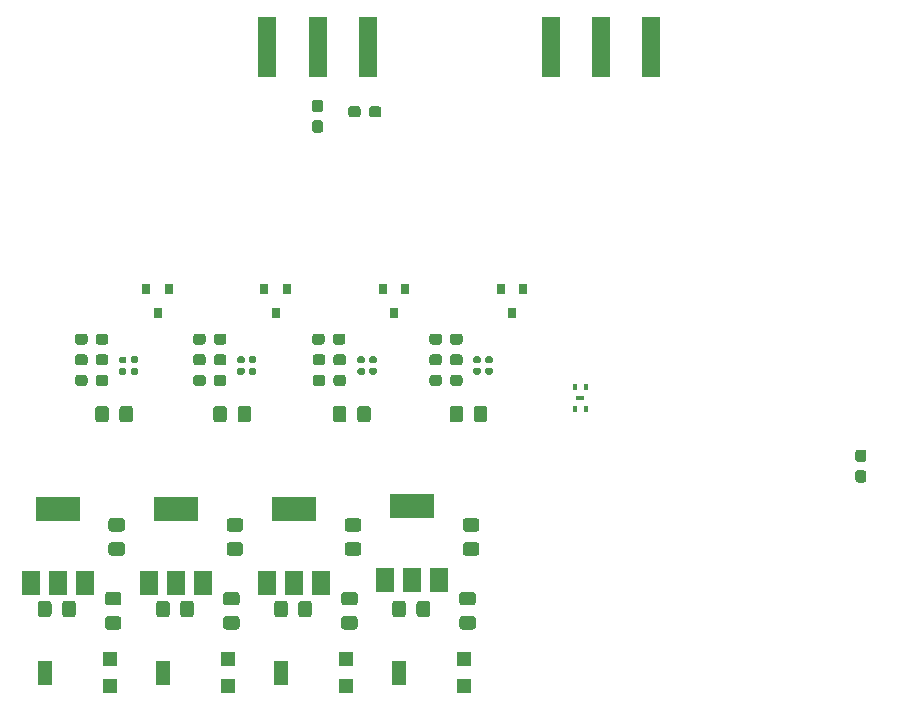
<source format=gbr>
G04 #@! TF.GenerationSoftware,KiCad,Pcbnew,5.1.6-c6e7f7d~87~ubuntu18.04.1*
G04 #@! TF.CreationDate,2021-01-06T16:55:31+00:00*
G04 #@! TF.ProjectId,multi-smtpa_linear,6d756c74-692d-4736-9d74-70615f6c696e,rev?*
G04 #@! TF.SameCoordinates,Original*
G04 #@! TF.FileFunction,Paste,Top*
G04 #@! TF.FilePolarity,Positive*
%FSLAX46Y46*%
G04 Gerber Fmt 4.6, Leading zero omitted, Abs format (unit mm)*
G04 Created by KiCad (PCBNEW 5.1.6-c6e7f7d~87~ubuntu18.04.1) date 2021-01-06 16:55:31*
%MOMM*%
%LPD*%
G01*
G04 APERTURE LIST*
%ADD10R,1.500000X2.000000*%
%ADD11R,3.800000X2.000000*%
%ADD12R,0.300000X0.500000*%
%ADD13R,0.800000X0.350000*%
%ADD14R,1.300000X1.300000*%
%ADD15R,1.300000X2.000000*%
%ADD16R,1.500000X5.080000*%
%ADD17R,0.800000X0.900000*%
G04 APERTURE END LIST*
D10*
X145200000Y-87650000D03*
X149800000Y-87650000D03*
X147500000Y-87650000D03*
D11*
X147500000Y-81350000D03*
D10*
X135200000Y-87900000D03*
X139800000Y-87900000D03*
X137500000Y-87900000D03*
D11*
X137500000Y-81600000D03*
D10*
X125200000Y-87900000D03*
X129800000Y-87900000D03*
X127500000Y-87900000D03*
D11*
X127500000Y-81600000D03*
D10*
X115200000Y-87900000D03*
X119800000Y-87900000D03*
X117500000Y-87900000D03*
D11*
X117500000Y-81600000D03*
G36*
G01*
X185262500Y-78350000D02*
X185737500Y-78350000D01*
G75*
G02*
X185975000Y-78587500I0J-237500D01*
G01*
X185975000Y-79162500D01*
G75*
G02*
X185737500Y-79400000I-237500J0D01*
G01*
X185262500Y-79400000D01*
G75*
G02*
X185025000Y-79162500I0J237500D01*
G01*
X185025000Y-78587500D01*
G75*
G02*
X185262500Y-78350000I237500J0D01*
G01*
G37*
G36*
G01*
X185262500Y-76600000D02*
X185737500Y-76600000D01*
G75*
G02*
X185975000Y-76837500I0J-237500D01*
G01*
X185975000Y-77412500D01*
G75*
G02*
X185737500Y-77650000I-237500J0D01*
G01*
X185262500Y-77650000D01*
G75*
G02*
X185025000Y-77412500I0J237500D01*
G01*
X185025000Y-76837500D01*
G75*
G02*
X185262500Y-76600000I237500J0D01*
G01*
G37*
G36*
G01*
X143150000Y-47762500D02*
X143150000Y-48237500D01*
G75*
G02*
X142912500Y-48475000I-237500J0D01*
G01*
X142337500Y-48475000D01*
G75*
G02*
X142100000Y-48237500I0J237500D01*
G01*
X142100000Y-47762500D01*
G75*
G02*
X142337500Y-47525000I237500J0D01*
G01*
X142912500Y-47525000D01*
G75*
G02*
X143150000Y-47762500I0J-237500D01*
G01*
G37*
G36*
G01*
X144900000Y-47762500D02*
X144900000Y-48237500D01*
G75*
G02*
X144662500Y-48475000I-237500J0D01*
G01*
X144087500Y-48475000D01*
G75*
G02*
X143850000Y-48237500I0J237500D01*
G01*
X143850000Y-47762500D01*
G75*
G02*
X144087500Y-47525000I237500J0D01*
G01*
X144662500Y-47525000D01*
G75*
G02*
X144900000Y-47762500I0J-237500D01*
G01*
G37*
D12*
X162225000Y-71300000D03*
X161275000Y-73200000D03*
X162225000Y-73200000D03*
X161275000Y-71300000D03*
D13*
X161750000Y-72250000D03*
D14*
X151900000Y-94350000D03*
D15*
X146400000Y-95500000D03*
D14*
X151900000Y-96650000D03*
G36*
G01*
X152950001Y-85600000D02*
X152049999Y-85600000D01*
G75*
G02*
X151800000Y-85350001I0J249999D01*
G01*
X151800000Y-84699999D01*
G75*
G02*
X152049999Y-84450000I249999J0D01*
G01*
X152950001Y-84450000D01*
G75*
G02*
X153200000Y-84699999I0J-249999D01*
G01*
X153200000Y-85350001D01*
G75*
G02*
X152950001Y-85600000I-249999J0D01*
G01*
G37*
G36*
G01*
X152950001Y-83550000D02*
X152049999Y-83550000D01*
G75*
G02*
X151800000Y-83300001I0J249999D01*
G01*
X151800000Y-82649999D01*
G75*
G02*
X152049999Y-82400000I249999J0D01*
G01*
X152950001Y-82400000D01*
G75*
G02*
X153200000Y-82649999I0J-249999D01*
G01*
X153200000Y-83300001D01*
G75*
G02*
X152950001Y-83550000I-249999J0D01*
G01*
G37*
G36*
G01*
X145825000Y-90550001D02*
X145825000Y-89649999D01*
G75*
G02*
X146074999Y-89400000I249999J0D01*
G01*
X146725001Y-89400000D01*
G75*
G02*
X146975000Y-89649999I0J-249999D01*
G01*
X146975000Y-90550001D01*
G75*
G02*
X146725001Y-90800000I-249999J0D01*
G01*
X146074999Y-90800000D01*
G75*
G02*
X145825000Y-90550001I0J249999D01*
G01*
G37*
G36*
G01*
X147875000Y-90550001D02*
X147875000Y-89649999D01*
G75*
G02*
X148124999Y-89400000I249999J0D01*
G01*
X148775001Y-89400000D01*
G75*
G02*
X149025000Y-89649999I0J-249999D01*
G01*
X149025000Y-90550001D01*
G75*
G02*
X148775001Y-90800000I-249999J0D01*
G01*
X148124999Y-90800000D01*
G75*
G02*
X147875000Y-90550001I0J249999D01*
G01*
G37*
G36*
G01*
X152650001Y-91850000D02*
X151749999Y-91850000D01*
G75*
G02*
X151500000Y-91600001I0J249999D01*
G01*
X151500000Y-90949999D01*
G75*
G02*
X151749999Y-90700000I249999J0D01*
G01*
X152650001Y-90700000D01*
G75*
G02*
X152900000Y-90949999I0J-249999D01*
G01*
X152900000Y-91600001D01*
G75*
G02*
X152650001Y-91850000I-249999J0D01*
G01*
G37*
G36*
G01*
X152650001Y-89800000D02*
X151749999Y-89800000D01*
G75*
G02*
X151500000Y-89550001I0J249999D01*
G01*
X151500000Y-88899999D01*
G75*
G02*
X151749999Y-88650000I249999J0D01*
G01*
X152650001Y-88650000D01*
G75*
G02*
X152900000Y-88899999I0J-249999D01*
G01*
X152900000Y-89550001D01*
G75*
G02*
X152650001Y-89800000I-249999J0D01*
G01*
G37*
X141900000Y-94350000D03*
D15*
X136400000Y-95500000D03*
D14*
X141900000Y-96650000D03*
G36*
G01*
X142950001Y-85600000D02*
X142049999Y-85600000D01*
G75*
G02*
X141800000Y-85350001I0J249999D01*
G01*
X141800000Y-84699999D01*
G75*
G02*
X142049999Y-84450000I249999J0D01*
G01*
X142950001Y-84450000D01*
G75*
G02*
X143200000Y-84699999I0J-249999D01*
G01*
X143200000Y-85350001D01*
G75*
G02*
X142950001Y-85600000I-249999J0D01*
G01*
G37*
G36*
G01*
X142950001Y-83550000D02*
X142049999Y-83550000D01*
G75*
G02*
X141800000Y-83300001I0J249999D01*
G01*
X141800000Y-82649999D01*
G75*
G02*
X142049999Y-82400000I249999J0D01*
G01*
X142950001Y-82400000D01*
G75*
G02*
X143200000Y-82649999I0J-249999D01*
G01*
X143200000Y-83300001D01*
G75*
G02*
X142950001Y-83550000I-249999J0D01*
G01*
G37*
G36*
G01*
X135825000Y-90550001D02*
X135825000Y-89649999D01*
G75*
G02*
X136074999Y-89400000I249999J0D01*
G01*
X136725001Y-89400000D01*
G75*
G02*
X136975000Y-89649999I0J-249999D01*
G01*
X136975000Y-90550001D01*
G75*
G02*
X136725001Y-90800000I-249999J0D01*
G01*
X136074999Y-90800000D01*
G75*
G02*
X135825000Y-90550001I0J249999D01*
G01*
G37*
G36*
G01*
X137875000Y-90550001D02*
X137875000Y-89649999D01*
G75*
G02*
X138124999Y-89400000I249999J0D01*
G01*
X138775001Y-89400000D01*
G75*
G02*
X139025000Y-89649999I0J-249999D01*
G01*
X139025000Y-90550001D01*
G75*
G02*
X138775001Y-90800000I-249999J0D01*
G01*
X138124999Y-90800000D01*
G75*
G02*
X137875000Y-90550001I0J249999D01*
G01*
G37*
G36*
G01*
X142650001Y-91850000D02*
X141749999Y-91850000D01*
G75*
G02*
X141500000Y-91600001I0J249999D01*
G01*
X141500000Y-90949999D01*
G75*
G02*
X141749999Y-90700000I249999J0D01*
G01*
X142650001Y-90700000D01*
G75*
G02*
X142900000Y-90949999I0J-249999D01*
G01*
X142900000Y-91600001D01*
G75*
G02*
X142650001Y-91850000I-249999J0D01*
G01*
G37*
G36*
G01*
X142650001Y-89800000D02*
X141749999Y-89800000D01*
G75*
G02*
X141500000Y-89550001I0J249999D01*
G01*
X141500000Y-88899999D01*
G75*
G02*
X141749999Y-88650000I249999J0D01*
G01*
X142650001Y-88650000D01*
G75*
G02*
X142900000Y-88899999I0J-249999D01*
G01*
X142900000Y-89550001D01*
G75*
G02*
X142650001Y-89800000I-249999J0D01*
G01*
G37*
X131900000Y-94350000D03*
D15*
X126400000Y-95500000D03*
D14*
X131900000Y-96650000D03*
G36*
G01*
X132950001Y-85600000D02*
X132049999Y-85600000D01*
G75*
G02*
X131800000Y-85350001I0J249999D01*
G01*
X131800000Y-84699999D01*
G75*
G02*
X132049999Y-84450000I249999J0D01*
G01*
X132950001Y-84450000D01*
G75*
G02*
X133200000Y-84699999I0J-249999D01*
G01*
X133200000Y-85350001D01*
G75*
G02*
X132950001Y-85600000I-249999J0D01*
G01*
G37*
G36*
G01*
X132950001Y-83550000D02*
X132049999Y-83550000D01*
G75*
G02*
X131800000Y-83300001I0J249999D01*
G01*
X131800000Y-82649999D01*
G75*
G02*
X132049999Y-82400000I249999J0D01*
G01*
X132950001Y-82400000D01*
G75*
G02*
X133200000Y-82649999I0J-249999D01*
G01*
X133200000Y-83300001D01*
G75*
G02*
X132950001Y-83550000I-249999J0D01*
G01*
G37*
G36*
G01*
X125825000Y-90550001D02*
X125825000Y-89649999D01*
G75*
G02*
X126074999Y-89400000I249999J0D01*
G01*
X126725001Y-89400000D01*
G75*
G02*
X126975000Y-89649999I0J-249999D01*
G01*
X126975000Y-90550001D01*
G75*
G02*
X126725001Y-90800000I-249999J0D01*
G01*
X126074999Y-90800000D01*
G75*
G02*
X125825000Y-90550001I0J249999D01*
G01*
G37*
G36*
G01*
X127875000Y-90550001D02*
X127875000Y-89649999D01*
G75*
G02*
X128124999Y-89400000I249999J0D01*
G01*
X128775001Y-89400000D01*
G75*
G02*
X129025000Y-89649999I0J-249999D01*
G01*
X129025000Y-90550001D01*
G75*
G02*
X128775001Y-90800000I-249999J0D01*
G01*
X128124999Y-90800000D01*
G75*
G02*
X127875000Y-90550001I0J249999D01*
G01*
G37*
G36*
G01*
X132650001Y-91850000D02*
X131749999Y-91850000D01*
G75*
G02*
X131500000Y-91600001I0J249999D01*
G01*
X131500000Y-90949999D01*
G75*
G02*
X131749999Y-90700000I249999J0D01*
G01*
X132650001Y-90700000D01*
G75*
G02*
X132900000Y-90949999I0J-249999D01*
G01*
X132900000Y-91600001D01*
G75*
G02*
X132650001Y-91850000I-249999J0D01*
G01*
G37*
G36*
G01*
X132650001Y-89800000D02*
X131749999Y-89800000D01*
G75*
G02*
X131500000Y-89550001I0J249999D01*
G01*
X131500000Y-88899999D01*
G75*
G02*
X131749999Y-88650000I249999J0D01*
G01*
X132650001Y-88650000D01*
G75*
G02*
X132900000Y-88899999I0J-249999D01*
G01*
X132900000Y-89550001D01*
G75*
G02*
X132650001Y-89800000I-249999J0D01*
G01*
G37*
G36*
G01*
X122650001Y-89800000D02*
X121749999Y-89800000D01*
G75*
G02*
X121500000Y-89550001I0J249999D01*
G01*
X121500000Y-88899999D01*
G75*
G02*
X121749999Y-88650000I249999J0D01*
G01*
X122650001Y-88650000D01*
G75*
G02*
X122900000Y-88899999I0J-249999D01*
G01*
X122900000Y-89550001D01*
G75*
G02*
X122650001Y-89800000I-249999J0D01*
G01*
G37*
G36*
G01*
X122650001Y-91850000D02*
X121749999Y-91850000D01*
G75*
G02*
X121500000Y-91600001I0J249999D01*
G01*
X121500000Y-90949999D01*
G75*
G02*
X121749999Y-90700000I249999J0D01*
G01*
X122650001Y-90700000D01*
G75*
G02*
X122900000Y-90949999I0J-249999D01*
G01*
X122900000Y-91600001D01*
G75*
G02*
X122650001Y-91850000I-249999J0D01*
G01*
G37*
G36*
G01*
X150675000Y-74050001D02*
X150675000Y-73149999D01*
G75*
G02*
X150924999Y-72900000I249999J0D01*
G01*
X151575001Y-72900000D01*
G75*
G02*
X151825000Y-73149999I0J-249999D01*
G01*
X151825000Y-74050001D01*
G75*
G02*
X151575001Y-74300000I-249999J0D01*
G01*
X150924999Y-74300000D01*
G75*
G02*
X150675000Y-74050001I0J249999D01*
G01*
G37*
G36*
G01*
X152725000Y-74050001D02*
X152725000Y-73149999D01*
G75*
G02*
X152974999Y-72900000I249999J0D01*
G01*
X153625001Y-72900000D01*
G75*
G02*
X153875000Y-73149999I0J-249999D01*
G01*
X153875000Y-74050001D01*
G75*
G02*
X153625001Y-74300000I-249999J0D01*
G01*
X152974999Y-74300000D01*
G75*
G02*
X152725000Y-74050001I0J249999D01*
G01*
G37*
G36*
G01*
X140800000Y-74050001D02*
X140800000Y-73149999D01*
G75*
G02*
X141049999Y-72900000I249999J0D01*
G01*
X141700001Y-72900000D01*
G75*
G02*
X141950000Y-73149999I0J-249999D01*
G01*
X141950000Y-74050001D01*
G75*
G02*
X141700001Y-74300000I-249999J0D01*
G01*
X141049999Y-74300000D01*
G75*
G02*
X140800000Y-74050001I0J249999D01*
G01*
G37*
G36*
G01*
X142850000Y-74050001D02*
X142850000Y-73149999D01*
G75*
G02*
X143099999Y-72900000I249999J0D01*
G01*
X143750001Y-72900000D01*
G75*
G02*
X144000000Y-73149999I0J-249999D01*
G01*
X144000000Y-74050001D01*
G75*
G02*
X143750001Y-74300000I-249999J0D01*
G01*
X143099999Y-74300000D01*
G75*
G02*
X142850000Y-74050001I0J249999D01*
G01*
G37*
G36*
G01*
X130675000Y-74050001D02*
X130675000Y-73149999D01*
G75*
G02*
X130924999Y-72900000I249999J0D01*
G01*
X131575001Y-72900000D01*
G75*
G02*
X131825000Y-73149999I0J-249999D01*
G01*
X131825000Y-74050001D01*
G75*
G02*
X131575001Y-74300000I-249999J0D01*
G01*
X130924999Y-74300000D01*
G75*
G02*
X130675000Y-74050001I0J249999D01*
G01*
G37*
G36*
G01*
X132725000Y-74050001D02*
X132725000Y-73149999D01*
G75*
G02*
X132974999Y-72900000I249999J0D01*
G01*
X133625001Y-72900000D01*
G75*
G02*
X133875000Y-73149999I0J-249999D01*
G01*
X133875000Y-74050001D01*
G75*
G02*
X133625001Y-74300000I-249999J0D01*
G01*
X132974999Y-74300000D01*
G75*
G02*
X132725000Y-74050001I0J249999D01*
G01*
G37*
D16*
X167750000Y-42500000D03*
X159250000Y-42500000D03*
X163500000Y-42500000D03*
G36*
G01*
X144027500Y-68705000D02*
X144372500Y-68705000D01*
G75*
G02*
X144520000Y-68852500I0J-147500D01*
G01*
X144520000Y-69147500D01*
G75*
G02*
X144372500Y-69295000I-147500J0D01*
G01*
X144027500Y-69295000D01*
G75*
G02*
X143880000Y-69147500I0J147500D01*
G01*
X143880000Y-68852500D01*
G75*
G02*
X144027500Y-68705000I147500J0D01*
G01*
G37*
G36*
G01*
X144027500Y-69675000D02*
X144372500Y-69675000D01*
G75*
G02*
X144520000Y-69822500I0J-147500D01*
G01*
X144520000Y-70117500D01*
G75*
G02*
X144372500Y-70265000I-147500J0D01*
G01*
X144027500Y-70265000D01*
G75*
G02*
X143880000Y-70117500I0J147500D01*
G01*
X143880000Y-69822500D01*
G75*
G02*
X144027500Y-69675000I147500J0D01*
G01*
G37*
G36*
G01*
X123827500Y-68705000D02*
X124172500Y-68705000D01*
G75*
G02*
X124320000Y-68852500I0J-147500D01*
G01*
X124320000Y-69147500D01*
G75*
G02*
X124172500Y-69295000I-147500J0D01*
G01*
X123827500Y-69295000D01*
G75*
G02*
X123680000Y-69147500I0J147500D01*
G01*
X123680000Y-68852500D01*
G75*
G02*
X123827500Y-68705000I147500J0D01*
G01*
G37*
G36*
G01*
X123827500Y-69675000D02*
X124172500Y-69675000D01*
G75*
G02*
X124320000Y-69822500I0J-147500D01*
G01*
X124320000Y-70117500D01*
G75*
G02*
X124172500Y-70265000I-147500J0D01*
G01*
X123827500Y-70265000D01*
G75*
G02*
X123680000Y-70117500I0J147500D01*
G01*
X123680000Y-69822500D01*
G75*
G02*
X123827500Y-69675000I147500J0D01*
G01*
G37*
G36*
G01*
X153827500Y-68705000D02*
X154172500Y-68705000D01*
G75*
G02*
X154320000Y-68852500I0J-147500D01*
G01*
X154320000Y-69147500D01*
G75*
G02*
X154172500Y-69295000I-147500J0D01*
G01*
X153827500Y-69295000D01*
G75*
G02*
X153680000Y-69147500I0J147500D01*
G01*
X153680000Y-68852500D01*
G75*
G02*
X153827500Y-68705000I147500J0D01*
G01*
G37*
G36*
G01*
X153827500Y-69675000D02*
X154172500Y-69675000D01*
G75*
G02*
X154320000Y-69822500I0J-147500D01*
G01*
X154320000Y-70117500D01*
G75*
G02*
X154172500Y-70265000I-147500J0D01*
G01*
X153827500Y-70265000D01*
G75*
G02*
X153680000Y-70117500I0J147500D01*
G01*
X153680000Y-69822500D01*
G75*
G02*
X153827500Y-69675000I147500J0D01*
G01*
G37*
G36*
G01*
X133827500Y-68705000D02*
X134172500Y-68705000D01*
G75*
G02*
X134320000Y-68852500I0J-147500D01*
G01*
X134320000Y-69147500D01*
G75*
G02*
X134172500Y-69295000I-147500J0D01*
G01*
X133827500Y-69295000D01*
G75*
G02*
X133680000Y-69147500I0J147500D01*
G01*
X133680000Y-68852500D01*
G75*
G02*
X133827500Y-68705000I147500J0D01*
G01*
G37*
G36*
G01*
X133827500Y-69675000D02*
X134172500Y-69675000D01*
G75*
G02*
X134320000Y-69822500I0J-147500D01*
G01*
X134320000Y-70117500D01*
G75*
G02*
X134172500Y-70265000I-147500J0D01*
G01*
X133827500Y-70265000D01*
G75*
G02*
X133680000Y-70117500I0J147500D01*
G01*
X133680000Y-69822500D01*
G75*
G02*
X133827500Y-69675000I147500J0D01*
G01*
G37*
G36*
G01*
X143027500Y-68705000D02*
X143372500Y-68705000D01*
G75*
G02*
X143520000Y-68852500I0J-147500D01*
G01*
X143520000Y-69147500D01*
G75*
G02*
X143372500Y-69295000I-147500J0D01*
G01*
X143027500Y-69295000D01*
G75*
G02*
X142880000Y-69147500I0J147500D01*
G01*
X142880000Y-68852500D01*
G75*
G02*
X143027500Y-68705000I147500J0D01*
G01*
G37*
G36*
G01*
X143027500Y-69675000D02*
X143372500Y-69675000D01*
G75*
G02*
X143520000Y-69822500I0J-147500D01*
G01*
X143520000Y-70117500D01*
G75*
G02*
X143372500Y-70265000I-147500J0D01*
G01*
X143027500Y-70265000D01*
G75*
G02*
X142880000Y-70117500I0J147500D01*
G01*
X142880000Y-69822500D01*
G75*
G02*
X143027500Y-69675000I147500J0D01*
G01*
G37*
G36*
G01*
X122827500Y-68720000D02*
X123172500Y-68720000D01*
G75*
G02*
X123320000Y-68867500I0J-147500D01*
G01*
X123320000Y-69162500D01*
G75*
G02*
X123172500Y-69310000I-147500J0D01*
G01*
X122827500Y-69310000D01*
G75*
G02*
X122680000Y-69162500I0J147500D01*
G01*
X122680000Y-68867500D01*
G75*
G02*
X122827500Y-68720000I147500J0D01*
G01*
G37*
G36*
G01*
X122827500Y-69690000D02*
X123172500Y-69690000D01*
G75*
G02*
X123320000Y-69837500I0J-147500D01*
G01*
X123320000Y-70132500D01*
G75*
G02*
X123172500Y-70280000I-147500J0D01*
G01*
X122827500Y-70280000D01*
G75*
G02*
X122680000Y-70132500I0J147500D01*
G01*
X122680000Y-69837500D01*
G75*
G02*
X122827500Y-69690000I147500J0D01*
G01*
G37*
G36*
G01*
X152827500Y-68705000D02*
X153172500Y-68705000D01*
G75*
G02*
X153320000Y-68852500I0J-147500D01*
G01*
X153320000Y-69147500D01*
G75*
G02*
X153172500Y-69295000I-147500J0D01*
G01*
X152827500Y-69295000D01*
G75*
G02*
X152680000Y-69147500I0J147500D01*
G01*
X152680000Y-68852500D01*
G75*
G02*
X152827500Y-68705000I147500J0D01*
G01*
G37*
G36*
G01*
X152827500Y-69675000D02*
X153172500Y-69675000D01*
G75*
G02*
X153320000Y-69822500I0J-147500D01*
G01*
X153320000Y-70117500D01*
G75*
G02*
X153172500Y-70265000I-147500J0D01*
G01*
X152827500Y-70265000D01*
G75*
G02*
X152680000Y-70117500I0J147500D01*
G01*
X152680000Y-69822500D01*
G75*
G02*
X152827500Y-69675000I147500J0D01*
G01*
G37*
G36*
G01*
X132827500Y-68705000D02*
X133172500Y-68705000D01*
G75*
G02*
X133320000Y-68852500I0J-147500D01*
G01*
X133320000Y-69147500D01*
G75*
G02*
X133172500Y-69295000I-147500J0D01*
G01*
X132827500Y-69295000D01*
G75*
G02*
X132680000Y-69147500I0J147500D01*
G01*
X132680000Y-68852500D01*
G75*
G02*
X132827500Y-68705000I147500J0D01*
G01*
G37*
G36*
G01*
X132827500Y-69675000D02*
X133172500Y-69675000D01*
G75*
G02*
X133320000Y-69822500I0J-147500D01*
G01*
X133320000Y-70117500D01*
G75*
G02*
X133172500Y-70265000I-147500J0D01*
G01*
X132827500Y-70265000D01*
G75*
G02*
X132680000Y-70117500I0J147500D01*
G01*
X132680000Y-69822500D01*
G75*
G02*
X132827500Y-69675000I147500J0D01*
G01*
G37*
D14*
X121900000Y-96650000D03*
D15*
X116400000Y-95500000D03*
D14*
X121900000Y-94350000D03*
G36*
G01*
X120025000Y-67012500D02*
X120025000Y-67487500D01*
G75*
G02*
X119787500Y-67725000I-237500J0D01*
G01*
X119212500Y-67725000D01*
G75*
G02*
X118975000Y-67487500I0J237500D01*
G01*
X118975000Y-67012500D01*
G75*
G02*
X119212500Y-66775000I237500J0D01*
G01*
X119787500Y-66775000D01*
G75*
G02*
X120025000Y-67012500I0J-237500D01*
G01*
G37*
G36*
G01*
X121775000Y-67012500D02*
X121775000Y-67487500D01*
G75*
G02*
X121537500Y-67725000I-237500J0D01*
G01*
X120962500Y-67725000D01*
G75*
G02*
X120725000Y-67487500I0J237500D01*
G01*
X120725000Y-67012500D01*
G75*
G02*
X120962500Y-66775000I237500J0D01*
G01*
X121537500Y-66775000D01*
G75*
G02*
X121775000Y-67012500I0J-237500D01*
G01*
G37*
G36*
G01*
X150025000Y-67012500D02*
X150025000Y-67487500D01*
G75*
G02*
X149787500Y-67725000I-237500J0D01*
G01*
X149212500Y-67725000D01*
G75*
G02*
X148975000Y-67487500I0J237500D01*
G01*
X148975000Y-67012500D01*
G75*
G02*
X149212500Y-66775000I237500J0D01*
G01*
X149787500Y-66775000D01*
G75*
G02*
X150025000Y-67012500I0J-237500D01*
G01*
G37*
G36*
G01*
X151775000Y-67012500D02*
X151775000Y-67487500D01*
G75*
G02*
X151537500Y-67725000I-237500J0D01*
G01*
X150962500Y-67725000D01*
G75*
G02*
X150725000Y-67487500I0J237500D01*
G01*
X150725000Y-67012500D01*
G75*
G02*
X150962500Y-66775000I237500J0D01*
G01*
X151537500Y-66775000D01*
G75*
G02*
X151775000Y-67012500I0J-237500D01*
G01*
G37*
G36*
G01*
X120025000Y-68762500D02*
X120025000Y-69237500D01*
G75*
G02*
X119787500Y-69475000I-237500J0D01*
G01*
X119212500Y-69475000D01*
G75*
G02*
X118975000Y-69237500I0J237500D01*
G01*
X118975000Y-68762500D01*
G75*
G02*
X119212500Y-68525000I237500J0D01*
G01*
X119787500Y-68525000D01*
G75*
G02*
X120025000Y-68762500I0J-237500D01*
G01*
G37*
G36*
G01*
X121775000Y-68762500D02*
X121775000Y-69237500D01*
G75*
G02*
X121537500Y-69475000I-237500J0D01*
G01*
X120962500Y-69475000D01*
G75*
G02*
X120725000Y-69237500I0J237500D01*
G01*
X120725000Y-68762500D01*
G75*
G02*
X120962500Y-68525000I237500J0D01*
G01*
X121537500Y-68525000D01*
G75*
G02*
X121775000Y-68762500I0J-237500D01*
G01*
G37*
G36*
G01*
X150025000Y-68762500D02*
X150025000Y-69237500D01*
G75*
G02*
X149787500Y-69475000I-237500J0D01*
G01*
X149212500Y-69475000D01*
G75*
G02*
X148975000Y-69237500I0J237500D01*
G01*
X148975000Y-68762500D01*
G75*
G02*
X149212500Y-68525000I237500J0D01*
G01*
X149787500Y-68525000D01*
G75*
G02*
X150025000Y-68762500I0J-237500D01*
G01*
G37*
G36*
G01*
X151775000Y-68762500D02*
X151775000Y-69237500D01*
G75*
G02*
X151537500Y-69475000I-237500J0D01*
G01*
X150962500Y-69475000D01*
G75*
G02*
X150725000Y-69237500I0J237500D01*
G01*
X150725000Y-68762500D01*
G75*
G02*
X150962500Y-68525000I237500J0D01*
G01*
X151537500Y-68525000D01*
G75*
G02*
X151775000Y-68762500I0J-237500D01*
G01*
G37*
G36*
G01*
X120025000Y-70512500D02*
X120025000Y-70987500D01*
G75*
G02*
X119787500Y-71225000I-237500J0D01*
G01*
X119212500Y-71225000D01*
G75*
G02*
X118975000Y-70987500I0J237500D01*
G01*
X118975000Y-70512500D01*
G75*
G02*
X119212500Y-70275000I237500J0D01*
G01*
X119787500Y-70275000D01*
G75*
G02*
X120025000Y-70512500I0J-237500D01*
G01*
G37*
G36*
G01*
X121775000Y-70512500D02*
X121775000Y-70987500D01*
G75*
G02*
X121537500Y-71225000I-237500J0D01*
G01*
X120962500Y-71225000D01*
G75*
G02*
X120725000Y-70987500I0J237500D01*
G01*
X120725000Y-70512500D01*
G75*
G02*
X120962500Y-70275000I237500J0D01*
G01*
X121537500Y-70275000D01*
G75*
G02*
X121775000Y-70512500I0J-237500D01*
G01*
G37*
G36*
G01*
X150025000Y-70512500D02*
X150025000Y-70987500D01*
G75*
G02*
X149787500Y-71225000I-237500J0D01*
G01*
X149212500Y-71225000D01*
G75*
G02*
X148975000Y-70987500I0J237500D01*
G01*
X148975000Y-70512500D01*
G75*
G02*
X149212500Y-70275000I237500J0D01*
G01*
X149787500Y-70275000D01*
G75*
G02*
X150025000Y-70512500I0J-237500D01*
G01*
G37*
G36*
G01*
X151775000Y-70512500D02*
X151775000Y-70987500D01*
G75*
G02*
X151537500Y-71225000I-237500J0D01*
G01*
X150962500Y-71225000D01*
G75*
G02*
X150725000Y-70987500I0J237500D01*
G01*
X150725000Y-70512500D01*
G75*
G02*
X150962500Y-70275000I237500J0D01*
G01*
X151537500Y-70275000D01*
G75*
G02*
X151775000Y-70512500I0J-237500D01*
G01*
G37*
G36*
G01*
X140100000Y-67012500D02*
X140100000Y-67487500D01*
G75*
G02*
X139862500Y-67725000I-237500J0D01*
G01*
X139287500Y-67725000D01*
G75*
G02*
X139050000Y-67487500I0J237500D01*
G01*
X139050000Y-67012500D01*
G75*
G02*
X139287500Y-66775000I237500J0D01*
G01*
X139862500Y-66775000D01*
G75*
G02*
X140100000Y-67012500I0J-237500D01*
G01*
G37*
G36*
G01*
X141850000Y-67012500D02*
X141850000Y-67487500D01*
G75*
G02*
X141612500Y-67725000I-237500J0D01*
G01*
X141037500Y-67725000D01*
G75*
G02*
X140800000Y-67487500I0J237500D01*
G01*
X140800000Y-67012500D01*
G75*
G02*
X141037500Y-66775000I237500J0D01*
G01*
X141612500Y-66775000D01*
G75*
G02*
X141850000Y-67012500I0J-237500D01*
G01*
G37*
G36*
G01*
X140150000Y-68762500D02*
X140150000Y-69237500D01*
G75*
G02*
X139912500Y-69475000I-237500J0D01*
G01*
X139337500Y-69475000D01*
G75*
G02*
X139100000Y-69237500I0J237500D01*
G01*
X139100000Y-68762500D01*
G75*
G02*
X139337500Y-68525000I237500J0D01*
G01*
X139912500Y-68525000D01*
G75*
G02*
X140150000Y-68762500I0J-237500D01*
G01*
G37*
G36*
G01*
X141900000Y-68762500D02*
X141900000Y-69237500D01*
G75*
G02*
X141662500Y-69475000I-237500J0D01*
G01*
X141087500Y-69475000D01*
G75*
G02*
X140850000Y-69237500I0J237500D01*
G01*
X140850000Y-68762500D01*
G75*
G02*
X141087500Y-68525000I237500J0D01*
G01*
X141662500Y-68525000D01*
G75*
G02*
X141900000Y-68762500I0J-237500D01*
G01*
G37*
G36*
G01*
X140150000Y-70512500D02*
X140150000Y-70987500D01*
G75*
G02*
X139912500Y-71225000I-237500J0D01*
G01*
X139337500Y-71225000D01*
G75*
G02*
X139100000Y-70987500I0J237500D01*
G01*
X139100000Y-70512500D01*
G75*
G02*
X139337500Y-70275000I237500J0D01*
G01*
X139912500Y-70275000D01*
G75*
G02*
X140150000Y-70512500I0J-237500D01*
G01*
G37*
G36*
G01*
X141900000Y-70512500D02*
X141900000Y-70987500D01*
G75*
G02*
X141662500Y-71225000I-237500J0D01*
G01*
X141087500Y-71225000D01*
G75*
G02*
X140850000Y-70987500I0J237500D01*
G01*
X140850000Y-70512500D01*
G75*
G02*
X141087500Y-70275000I237500J0D01*
G01*
X141662500Y-70275000D01*
G75*
G02*
X141900000Y-70512500I0J-237500D01*
G01*
G37*
G36*
G01*
X130025000Y-67012500D02*
X130025000Y-67487500D01*
G75*
G02*
X129787500Y-67725000I-237500J0D01*
G01*
X129212500Y-67725000D01*
G75*
G02*
X128975000Y-67487500I0J237500D01*
G01*
X128975000Y-67012500D01*
G75*
G02*
X129212500Y-66775000I237500J0D01*
G01*
X129787500Y-66775000D01*
G75*
G02*
X130025000Y-67012500I0J-237500D01*
G01*
G37*
G36*
G01*
X131775000Y-67012500D02*
X131775000Y-67487500D01*
G75*
G02*
X131537500Y-67725000I-237500J0D01*
G01*
X130962500Y-67725000D01*
G75*
G02*
X130725000Y-67487500I0J237500D01*
G01*
X130725000Y-67012500D01*
G75*
G02*
X130962500Y-66775000I237500J0D01*
G01*
X131537500Y-66775000D01*
G75*
G02*
X131775000Y-67012500I0J-237500D01*
G01*
G37*
G36*
G01*
X130025000Y-68762500D02*
X130025000Y-69237500D01*
G75*
G02*
X129787500Y-69475000I-237500J0D01*
G01*
X129212500Y-69475000D01*
G75*
G02*
X128975000Y-69237500I0J237500D01*
G01*
X128975000Y-68762500D01*
G75*
G02*
X129212500Y-68525000I237500J0D01*
G01*
X129787500Y-68525000D01*
G75*
G02*
X130025000Y-68762500I0J-237500D01*
G01*
G37*
G36*
G01*
X131775000Y-68762500D02*
X131775000Y-69237500D01*
G75*
G02*
X131537500Y-69475000I-237500J0D01*
G01*
X130962500Y-69475000D01*
G75*
G02*
X130725000Y-69237500I0J237500D01*
G01*
X130725000Y-68762500D01*
G75*
G02*
X130962500Y-68525000I237500J0D01*
G01*
X131537500Y-68525000D01*
G75*
G02*
X131775000Y-68762500I0J-237500D01*
G01*
G37*
G36*
G01*
X130025000Y-70512500D02*
X130025000Y-70987500D01*
G75*
G02*
X129787500Y-71225000I-237500J0D01*
G01*
X129212500Y-71225000D01*
G75*
G02*
X128975000Y-70987500I0J237500D01*
G01*
X128975000Y-70512500D01*
G75*
G02*
X129212500Y-70275000I237500J0D01*
G01*
X129787500Y-70275000D01*
G75*
G02*
X130025000Y-70512500I0J-237500D01*
G01*
G37*
G36*
G01*
X131775000Y-70512500D02*
X131775000Y-70987500D01*
G75*
G02*
X131537500Y-71225000I-237500J0D01*
G01*
X130962500Y-71225000D01*
G75*
G02*
X130725000Y-70987500I0J237500D01*
G01*
X130725000Y-70512500D01*
G75*
G02*
X130962500Y-70275000I237500J0D01*
G01*
X131537500Y-70275000D01*
G75*
G02*
X131775000Y-70512500I0J-237500D01*
G01*
G37*
G36*
G01*
X117875000Y-90550001D02*
X117875000Y-89649999D01*
G75*
G02*
X118124999Y-89400000I249999J0D01*
G01*
X118775001Y-89400000D01*
G75*
G02*
X119025000Y-89649999I0J-249999D01*
G01*
X119025000Y-90550001D01*
G75*
G02*
X118775001Y-90800000I-249999J0D01*
G01*
X118124999Y-90800000D01*
G75*
G02*
X117875000Y-90550001I0J249999D01*
G01*
G37*
G36*
G01*
X115825000Y-90550001D02*
X115825000Y-89649999D01*
G75*
G02*
X116074999Y-89400000I249999J0D01*
G01*
X116725001Y-89400000D01*
G75*
G02*
X116975000Y-89649999I0J-249999D01*
G01*
X116975000Y-90550001D01*
G75*
G02*
X116725001Y-90800000I-249999J0D01*
G01*
X116074999Y-90800000D01*
G75*
G02*
X115825000Y-90550001I0J249999D01*
G01*
G37*
D16*
X139500000Y-42500000D03*
X135250000Y-42500000D03*
X143750000Y-42500000D03*
D17*
X126900000Y-63000000D03*
X125000000Y-63000000D03*
X125950000Y-65000000D03*
X135950000Y-65000000D03*
X135000000Y-63000000D03*
X136900000Y-63000000D03*
X145950000Y-65000000D03*
X145000000Y-63000000D03*
X146900000Y-63000000D03*
X155950000Y-65000000D03*
X155000000Y-63000000D03*
X156900000Y-63000000D03*
G36*
G01*
X122725000Y-74050001D02*
X122725000Y-73149999D01*
G75*
G02*
X122974999Y-72900000I249999J0D01*
G01*
X123625001Y-72900000D01*
G75*
G02*
X123875000Y-73149999I0J-249999D01*
G01*
X123875000Y-74050001D01*
G75*
G02*
X123625001Y-74300000I-249999J0D01*
G01*
X122974999Y-74300000D01*
G75*
G02*
X122725000Y-74050001I0J249999D01*
G01*
G37*
G36*
G01*
X120675000Y-74050001D02*
X120675000Y-73149999D01*
G75*
G02*
X120924999Y-72900000I249999J0D01*
G01*
X121575001Y-72900000D01*
G75*
G02*
X121825000Y-73149999I0J-249999D01*
G01*
X121825000Y-74050001D01*
G75*
G02*
X121575001Y-74300000I-249999J0D01*
G01*
X120924999Y-74300000D01*
G75*
G02*
X120675000Y-74050001I0J249999D01*
G01*
G37*
G36*
G01*
X122950001Y-83550000D02*
X122049999Y-83550000D01*
G75*
G02*
X121800000Y-83300001I0J249999D01*
G01*
X121800000Y-82649999D01*
G75*
G02*
X122049999Y-82400000I249999J0D01*
G01*
X122950001Y-82400000D01*
G75*
G02*
X123200000Y-82649999I0J-249999D01*
G01*
X123200000Y-83300001D01*
G75*
G02*
X122950001Y-83550000I-249999J0D01*
G01*
G37*
G36*
G01*
X122950001Y-85600000D02*
X122049999Y-85600000D01*
G75*
G02*
X121800000Y-85350001I0J249999D01*
G01*
X121800000Y-84699999D01*
G75*
G02*
X122049999Y-84450000I249999J0D01*
G01*
X122950001Y-84450000D01*
G75*
G02*
X123200000Y-84699999I0J-249999D01*
G01*
X123200000Y-85350001D01*
G75*
G02*
X122950001Y-85600000I-249999J0D01*
G01*
G37*
G36*
G01*
X139262500Y-48725000D02*
X139737500Y-48725000D01*
G75*
G02*
X139975000Y-48962500I0J-237500D01*
G01*
X139975000Y-49537500D01*
G75*
G02*
X139737500Y-49775000I-237500J0D01*
G01*
X139262500Y-49775000D01*
G75*
G02*
X139025000Y-49537500I0J237500D01*
G01*
X139025000Y-48962500D01*
G75*
G02*
X139262500Y-48725000I237500J0D01*
G01*
G37*
G36*
G01*
X139262500Y-46975000D02*
X139737500Y-46975000D01*
G75*
G02*
X139975000Y-47212500I0J-237500D01*
G01*
X139975000Y-47787500D01*
G75*
G02*
X139737500Y-48025000I-237500J0D01*
G01*
X139262500Y-48025000D01*
G75*
G02*
X139025000Y-47787500I0J237500D01*
G01*
X139025000Y-47212500D01*
G75*
G02*
X139262500Y-46975000I237500J0D01*
G01*
G37*
M02*

</source>
